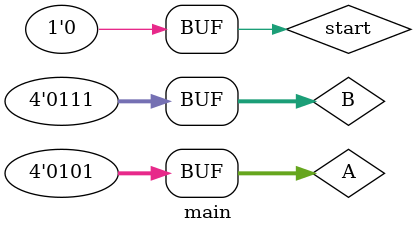
<source format=v>
module MUL(Clk, A, B, start, R, ack);
input Clk, start;
input [3:0]A,B;
output reg ack;
output reg[7:0]R;
reg [3:0]X,Y;
reg [1:0]stare;
always @(posedge Clk)
    if(stare==0)
        if(start==1)
            begin
                X <= A;
                Y <= B;
                R <= 0;
                ack <= 0;
                stare <= 1;
            end
        else
            stare <= 0;
    else
        if(stare==1)
            if(Y==0)
                begin
                    ack <= 1;
                    stare <= 2;
                end
            else
                begin
                    R <= R + X;
                    Y <= Y - 1;
                    stare <= 1;
                end
        else
            if(stare==2)
                stare <= 0;
initial begin
    stare <= 0;
    ack <= 0;
    end
endmodule

module ceas(c);
    output reg c;
    always
        #5 c <= ~c; //semnal de perioada 10
    initial
        c <= 0;
endmodule

module main();
reg start;
reg [3:0]A,B;
wire ack;
wire [7:0]R;
wire Clk;
ceas cc(Clk);
MUL m(Clk, A, B, start, R, ack);
initial begin
        $monitor("%d %d %d %d %d %d",$time, start,A, B, R, ack);
        A <= 5;
        B <= 7;
        #4 start <= 1;
        #10 start <= 0;
    end
endmodule

</source>
